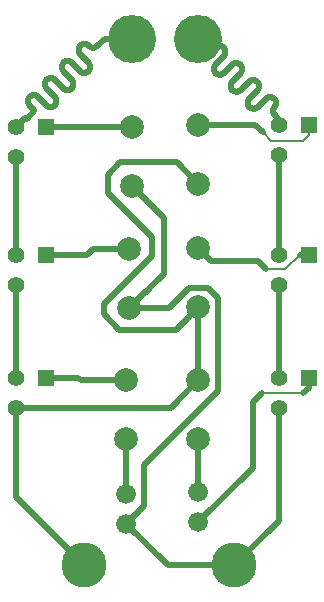
<source format=gbr>
G04 #@! TF.FileFunction,Copper,L1,Top,Signal*
%FSLAX46Y46*%
G04 Gerber Fmt 4.6, Leading zero omitted, Abs format (unit mm)*
G04 Created by KiCad (PCBNEW (after 2015-mar-04 BZR unknown)-product) date Wed 09 Sep 2015 12:18:02 PM PDT*
%MOMM*%
G01*
G04 APERTURE LIST*
%ADD10C,0.100000*%
%ADD11R,1.397000X1.397000*%
%ADD12C,1.397000*%
%ADD13C,1.676400*%
%ADD14C,1.998980*%
%ADD15C,4.064000*%
%ADD16C,3.810000*%
%ADD17C,0.508000*%
%ADD18C,0.203200*%
G04 APERTURE END LIST*
D10*
D11*
X151511000Y-78613000D03*
D12*
X148971000Y-78613000D03*
X148971000Y-81153000D03*
D13*
X136080500Y-109855000D03*
X136080500Y-112395000D03*
X142176500Y-109728000D03*
X142176500Y-112268000D03*
D11*
X129286000Y-100012500D03*
D12*
X126746000Y-100012500D03*
X126746000Y-102552500D03*
D11*
X129286000Y-89598500D03*
D12*
X126746000Y-89598500D03*
X126746000Y-92138500D03*
D11*
X151511000Y-89598500D03*
D12*
X148971000Y-89598500D03*
X148971000Y-92138500D03*
D11*
X129273300Y-78806040D03*
D12*
X126733300Y-78806040D03*
X126733300Y-81346040D03*
D11*
X151511000Y-100012500D03*
D12*
X148971000Y-100012500D03*
X148971000Y-102552500D03*
D14*
X136080500Y-100243640D03*
X136080500Y-105244900D03*
X142176500Y-83601560D03*
X142176500Y-78600300D03*
X136334500Y-89131140D03*
X136334500Y-94132400D03*
X142176500Y-94066360D03*
X142176500Y-89065100D03*
X136588500Y-78806040D03*
X136588500Y-83807300D03*
X142176500Y-100243640D03*
X142176500Y-105244900D03*
D15*
X142176500Y-71374000D03*
X136588500Y-71310500D03*
D16*
X132524500Y-115900200D03*
X145224500Y-115900200D03*
D17*
X142176500Y-83601560D02*
X140374369Y-81799429D01*
X141177011Y-95065849D02*
X142176500Y-94066360D01*
X140374369Y-81799429D02*
X135551061Y-81799429D01*
X135551061Y-81799429D02*
X134517129Y-82833361D01*
X135487561Y-95949771D02*
X140293089Y-95949771D01*
X134517129Y-82833361D02*
X134517129Y-84400239D01*
X134517129Y-84400239D02*
X138248381Y-88131491D01*
X138248381Y-88131491D02*
X138248381Y-89744709D01*
X138248381Y-89744709D02*
X134199629Y-93793461D01*
X140293089Y-95949771D02*
X141177011Y-95065849D01*
X134199629Y-93793461D02*
X134199629Y-94661839D01*
X134199629Y-94661839D02*
X135487561Y-95949771D01*
X142176500Y-94066360D02*
X142176500Y-95479852D01*
X142176500Y-95479852D02*
X142176500Y-100243640D01*
X132524500Y-115900200D02*
X126746000Y-110121700D01*
X126746000Y-110121700D02*
X126746000Y-102552500D01*
X126746000Y-102552500D02*
X139867640Y-102552500D01*
X139867640Y-102552500D02*
X142176500Y-100243640D01*
X136334500Y-94132400D02*
X139665098Y-94132400D01*
X139665098Y-94132400D02*
X141383409Y-92414089D01*
X141383409Y-92414089D02*
X142969591Y-92414089D01*
X136334500Y-94132400D02*
X138052811Y-92414089D01*
X142969591Y-92414089D02*
X143828771Y-93273269D01*
X137571481Y-107404557D02*
X137571481Y-110904019D01*
X143828771Y-93273269D02*
X143828771Y-101147267D01*
X143828771Y-101147267D02*
X137571481Y-107404557D01*
X137571481Y-110904019D02*
X136918699Y-111556801D01*
X136918699Y-111556801D02*
X136080500Y-112395000D01*
X136588500Y-83807300D02*
X139256771Y-86475571D01*
X139256771Y-86475571D02*
X139256771Y-91210129D01*
X137333989Y-93132911D02*
X136334500Y-94132400D01*
X139256771Y-91210129D02*
X137333989Y-93132911D01*
X145224500Y-115900200D02*
X139585700Y-115900200D01*
X139585700Y-115900200D02*
X136080500Y-112395000D01*
X145224500Y-115900200D02*
X148971000Y-112153700D01*
X148971000Y-112153700D02*
X148971000Y-102552500D01*
X136080500Y-105244900D02*
X136080500Y-109855000D01*
X142176500Y-105244900D02*
X142176500Y-109728000D01*
X146812000Y-102108000D02*
X146812000Y-107632500D01*
X146812000Y-107632500D02*
X142176500Y-112268000D01*
X147566381Y-101353619D02*
X146812000Y-102108000D01*
X151511000Y-100012500D02*
X151511000Y-100914200D01*
X151511000Y-100914200D02*
X151071581Y-101353619D01*
D18*
X151071581Y-101353619D02*
X147566381Y-101353619D01*
D17*
X126746000Y-92138500D02*
X126746000Y-93126328D01*
X126746000Y-93126328D02*
X126746000Y-100012500D01*
X148971000Y-78613000D02*
X148971000Y-78168500D01*
X144462141Y-72399695D02*
X144437226Y-72290538D01*
X145059890Y-75671604D02*
X145048576Y-75660290D01*
X148530518Y-76331533D02*
X148429642Y-76282954D01*
X144330154Y-74234761D02*
X144242617Y-74304570D01*
X144462141Y-72511660D02*
X144462141Y-72399695D01*
X148699178Y-76500193D02*
X148629370Y-76412656D01*
X148971000Y-78168500D02*
X148629370Y-77826870D01*
X148486067Y-77417334D02*
X148510981Y-77308177D01*
X148629370Y-77826870D02*
X148559561Y-77739332D01*
X148747758Y-76931349D02*
X148772672Y-76822191D01*
X146771676Y-74821195D02*
X146662519Y-74846110D01*
X146342118Y-76687599D02*
X146367033Y-76578442D01*
X143493345Y-73704754D02*
X143541924Y-73603877D01*
X148747758Y-76601070D02*
X148699178Y-76500193D01*
X148559561Y-77739332D02*
X148510981Y-77638456D01*
X147310914Y-75164226D02*
X147262335Y-75063350D01*
X148510981Y-77638456D02*
X148486067Y-77529298D01*
X145874070Y-74057661D02*
X145898985Y-73948504D01*
X145147429Y-75741414D02*
X145059890Y-75671604D01*
X148429642Y-76282954D02*
X148320485Y-76258039D01*
X144905274Y-75250755D02*
X144930189Y-75141598D01*
X145755682Y-74246075D02*
X145825491Y-74158538D01*
X143788831Y-71972422D02*
X143687954Y-72021001D01*
X148486067Y-77529298D02*
X148486067Y-77417334D01*
X143710585Y-74304570D02*
X143623046Y-74234760D01*
X148510981Y-77308177D02*
X148559561Y-77207300D01*
X144437226Y-72290538D02*
X144388647Y-72189662D01*
X148618056Y-76401342D02*
X148530518Y-76331533D01*
X146794305Y-77251751D02*
X146685148Y-77226836D01*
X148559561Y-77207300D02*
X148699178Y-77032225D01*
X145898985Y-73836539D02*
X145874070Y-73727382D01*
X144242617Y-74304570D02*
X144141740Y-74353149D01*
X143623046Y-74234760D02*
X143611732Y-74223446D01*
X148699178Y-77032225D02*
X148747758Y-76931349D01*
X145656830Y-73457845D02*
X145555954Y-73409266D01*
X148629370Y-76412656D02*
X148618056Y-76401342D01*
X146367033Y-76578442D02*
X146415612Y-76477565D01*
X144388647Y-72721694D02*
X144437226Y-72620817D01*
X148208520Y-76258039D02*
X148099363Y-76282954D01*
X148772672Y-76822191D02*
X148772672Y-76710227D01*
X148772672Y-76710227D02*
X148747758Y-76601070D01*
X148320485Y-76258039D02*
X148208520Y-76258039D01*
X148099363Y-76282954D02*
X147998486Y-76331533D01*
X147015428Y-77226837D02*
X146906271Y-77251752D01*
X144978768Y-75572753D02*
X144930188Y-75471876D01*
X146496734Y-77108448D02*
X146485420Y-77097134D01*
X147998486Y-76331533D02*
X147910949Y-76401342D01*
X145225675Y-73409266D02*
X145124798Y-73457845D01*
X147910949Y-76401342D02*
X147203842Y-77108449D01*
X147335829Y-75273383D02*
X147310914Y-75164226D01*
X145679461Y-75741414D02*
X145578584Y-75789993D01*
X147203842Y-77108449D02*
X147116305Y-77178258D01*
X145048577Y-74953184D02*
X145755682Y-74246075D01*
X147116305Y-77178258D02*
X147015428Y-77226837D01*
X146906271Y-77251752D02*
X146794305Y-77251751D01*
X144307524Y-72090810D02*
X144219986Y-72021001D01*
X146685148Y-77226836D02*
X146584273Y-77178258D01*
X143611733Y-73516340D02*
X144318838Y-72809231D01*
X146584273Y-77178258D02*
X146496734Y-77108448D01*
X145037261Y-73527654D02*
X144330154Y-74234761D01*
X146485420Y-77097134D02*
X146415612Y-77009597D01*
X144141740Y-74353149D02*
X144032583Y-74378064D01*
X144219986Y-72021001D02*
X144119110Y-71972422D01*
X145578584Y-75789993D02*
X145469427Y-75814908D01*
X143512879Y-72160618D02*
X143412003Y-72209198D01*
X146415612Y-77009597D02*
X146367032Y-76908720D01*
X145248304Y-75789992D02*
X145147429Y-75741414D01*
X143493344Y-74035032D02*
X143468429Y-73925875D01*
X146367032Y-76908720D02*
X146342117Y-76799563D01*
X146342117Y-76799563D02*
X146342118Y-76687599D01*
X146992798Y-74846110D02*
X146883641Y-74821195D01*
X146415612Y-76477565D02*
X146485421Y-76390028D01*
X146485421Y-76390028D02*
X147192526Y-75682919D01*
X143541924Y-74135909D02*
X143493344Y-74035032D01*
X147181212Y-74964498D02*
X147093674Y-74894689D01*
X143687954Y-72021001D02*
X143512879Y-72160618D01*
X146474105Y-74964498D02*
X145766998Y-75671605D01*
X147192526Y-75682919D02*
X147262335Y-75595382D01*
X145898985Y-73948504D02*
X145898985Y-73836539D01*
X147262335Y-75595382D02*
X147310914Y-75494505D01*
X146662519Y-74846110D02*
X146561642Y-74894689D01*
X147192526Y-74975812D02*
X147181212Y-74964498D01*
X147310914Y-75494505D02*
X147335829Y-75385348D01*
X143541924Y-73603877D02*
X143611733Y-73516340D01*
X147262335Y-75063350D02*
X147192526Y-74975812D01*
X147335829Y-75385348D02*
X147335829Y-75273383D01*
X147093674Y-74894689D02*
X146992798Y-74846110D01*
X146883641Y-74821195D02*
X146771676Y-74821195D01*
X146561642Y-74894689D02*
X146474105Y-74964498D01*
X145766998Y-75671605D02*
X145679461Y-75741414D01*
X145357461Y-75814907D02*
X145248304Y-75789992D01*
X145469427Y-75814908D02*
X145357461Y-75814907D01*
X145048576Y-75660290D02*
X144978768Y-75572753D01*
X144930188Y-75471876D02*
X144905273Y-75362719D01*
X144905273Y-75362719D02*
X144905274Y-75250755D01*
X145555954Y-73409266D02*
X145446797Y-73384351D01*
X142893310Y-72090810D02*
X142176500Y-71374000D01*
X144930189Y-75141598D02*
X144978768Y-75040721D01*
X144388647Y-72189662D02*
X144318838Y-72102124D01*
X144978768Y-75040721D02*
X145048577Y-74953184D01*
X145825491Y-73626506D02*
X145755682Y-73538968D01*
X145825491Y-74158538D02*
X145874070Y-74057661D01*
X145874070Y-73727382D02*
X145825491Y-73626506D01*
X143611732Y-74223446D02*
X143541924Y-74135909D01*
X145755682Y-73538968D02*
X145744368Y-73527654D01*
X145744368Y-73527654D02*
X145656830Y-73457845D01*
X145446797Y-73384351D02*
X145334832Y-73384351D01*
X145334832Y-73384351D02*
X145225675Y-73409266D01*
X145124798Y-73457845D02*
X145037261Y-73527654D01*
X144032583Y-74378064D02*
X143920617Y-74378063D01*
X144318838Y-72102124D02*
X144307524Y-72090810D01*
X143920617Y-74378063D02*
X143811460Y-74353148D01*
X143811460Y-74353148D02*
X143710585Y-74304570D01*
X143468429Y-73925875D02*
X143468430Y-73813911D01*
X143468430Y-73813911D02*
X143493345Y-73704754D01*
X144318838Y-72809231D02*
X144388647Y-72721694D01*
X144437226Y-72620817D02*
X144462141Y-72511660D01*
X144119110Y-71972422D02*
X144009953Y-71947507D01*
X144009953Y-71947507D02*
X143897988Y-71947507D01*
X143897988Y-71947507D02*
X143788831Y-71972422D01*
X143412003Y-72209198D02*
X143302845Y-72234112D01*
X143302845Y-72234112D02*
X143190881Y-72234112D01*
X143190881Y-72234112D02*
X143081724Y-72209198D01*
X143081724Y-72209198D02*
X142980847Y-72160618D01*
X142980847Y-72160618D02*
X142893310Y-72090810D01*
X126733300Y-81346040D02*
X126733300Y-89585800D01*
X126733300Y-89585800D02*
X126746000Y-89598500D01*
X127879264Y-76245864D02*
X127966801Y-76176056D01*
X126733300Y-78806040D02*
X127450050Y-78089290D01*
X127463180Y-78078818D02*
X127478312Y-78071531D01*
X127569246Y-78099761D02*
X127584378Y-78107048D01*
X132576689Y-74222596D02*
X132685846Y-74197681D01*
X131271634Y-73253799D02*
X131372511Y-73302378D01*
X127450050Y-78089290D02*
X127463180Y-78078818D01*
X127527853Y-78071531D02*
X127542985Y-78078818D01*
X132896887Y-71935348D02*
X132984426Y-72005156D01*
X127617546Y-78110785D02*
X127633919Y-78107048D01*
X127478312Y-78071531D02*
X127494685Y-78067794D01*
X133603995Y-71935347D02*
X134228840Y-71310500D01*
X128292294Y-77448673D02*
X128296031Y-77432299D01*
X128274536Y-77476935D02*
X128285007Y-77463804D01*
X128397956Y-76127477D02*
X128498833Y-76176056D01*
X132786722Y-74149102D02*
X132874260Y-74079293D01*
X127494685Y-78067794D02*
X127511480Y-78067794D01*
X132254690Y-74149102D02*
X132355567Y-74197681D01*
X127724646Y-76554749D02*
X127749561Y-76445592D01*
X128288799Y-76102562D02*
X128397956Y-76127477D01*
X129913044Y-77022780D02*
X130000582Y-76952971D01*
X127662182Y-78089290D02*
X128274536Y-77476935D01*
X129186400Y-75008753D02*
X129234980Y-74907876D01*
X130081704Y-76322087D02*
X130011895Y-76234550D01*
X129316103Y-74809025D02*
X129403640Y-74739217D01*
X130752942Y-73372186D02*
X130840479Y-73302378D01*
X131460048Y-73372187D02*
X132167153Y-74079293D01*
X127511480Y-78067794D02*
X127527853Y-78071531D01*
X131139850Y-75659435D02*
X131249007Y-75634520D01*
X133415580Y-72053737D02*
X133516458Y-72005156D01*
X130840479Y-73302378D02*
X130941356Y-73253798D01*
X127542985Y-78078818D02*
X127569246Y-78099761D01*
X130671819Y-74003069D02*
X130623240Y-73902192D01*
X129504517Y-74690637D02*
X129613674Y-74665722D01*
X129234980Y-74907876D02*
X129304788Y-74820339D01*
X127798141Y-76876747D02*
X127749562Y-76775870D01*
X131518543Y-75417280D02*
X131567122Y-75316404D01*
X127584378Y-78107048D02*
X127600751Y-78110785D01*
X127600751Y-78110785D02*
X127617546Y-78110785D01*
X127867949Y-76257178D02*
X127879264Y-76245864D01*
X127633919Y-78107048D02*
X127649051Y-78099761D01*
X130155198Y-76532121D02*
X130130283Y-76422964D01*
X127649051Y-78099761D02*
X127662182Y-78089290D01*
X131437421Y-75516132D02*
X131448734Y-75504818D01*
X128067678Y-76127476D02*
X128176835Y-76102561D01*
X128176835Y-76102561D02*
X128288799Y-76102562D01*
X127867950Y-76964284D02*
X127798141Y-76876747D01*
X129481889Y-77071359D02*
X129591046Y-77096274D01*
X128285007Y-77384000D02*
X128274536Y-77370869D01*
X128285007Y-77463804D02*
X128292294Y-77448673D01*
X128296031Y-77432299D02*
X128296031Y-77415505D01*
X128296031Y-77415505D02*
X128292294Y-77399131D01*
X130623239Y-73571914D02*
X130671819Y-73471037D01*
X128292294Y-77399131D02*
X128285007Y-77384000D01*
X129812168Y-77071359D02*
X129913044Y-77022780D01*
X128274536Y-77370869D02*
X127867950Y-76964284D01*
X127749562Y-76775870D02*
X127724647Y-76666713D01*
X130130283Y-76753243D02*
X130155198Y-76644086D01*
X127724647Y-76666713D02*
X127724646Y-76554749D01*
X130598324Y-73681071D02*
X130623239Y-73571914D01*
X127749561Y-76445592D02*
X127798141Y-76344715D01*
X127798141Y-76344715D02*
X127867949Y-76257178D01*
X133516458Y-72005156D02*
X133603995Y-71935347D01*
X127966801Y-76176056D02*
X128067678Y-76127476D01*
X128498833Y-76176056D02*
X128586370Y-76245865D01*
X129591046Y-77096274D02*
X129703011Y-77096274D01*
X128586370Y-76245865D02*
X129293475Y-76952971D01*
X131592037Y-75207247D02*
X131592037Y-75095282D01*
X129293475Y-76952971D02*
X129381012Y-77022780D01*
X129381012Y-77022780D02*
X129481889Y-77071359D01*
X133028876Y-73770408D02*
X133028876Y-73658443D01*
X129725638Y-74665723D02*
X129834795Y-74690638D01*
X129703011Y-77096274D02*
X129812168Y-77071359D01*
X129161485Y-75117910D02*
X129186400Y-75008753D01*
X132108658Y-72034198D02*
X132178466Y-71946661D01*
X129613674Y-74665722D02*
X129725638Y-74665723D01*
X130011895Y-76941657D02*
X130081704Y-76854119D01*
X130081704Y-76854119D02*
X130130283Y-76753243D01*
X130000582Y-76952971D02*
X130011895Y-76941657D01*
X130155198Y-76644086D02*
X130155198Y-76532121D01*
X132885573Y-74067979D02*
X132955382Y-73980441D01*
X130130283Y-76422964D02*
X130081704Y-76322087D01*
X130011895Y-76234550D02*
X129304789Y-75527445D01*
X130941356Y-73253798D02*
X131050513Y-73228883D01*
X129186401Y-75339031D02*
X129161486Y-75229874D01*
X129304789Y-75527445D02*
X129234980Y-75439908D01*
X129234980Y-75439908D02*
X129186401Y-75339031D01*
X129935672Y-74739217D02*
X130023209Y-74809026D01*
X129161486Y-75229874D02*
X129161485Y-75117910D01*
X129304788Y-74820339D02*
X129316103Y-74809025D01*
X129403640Y-74739217D02*
X129504517Y-74690637D01*
X129834795Y-74690638D02*
X129935672Y-74739217D01*
X132955382Y-73448409D02*
X132885573Y-73360872D01*
X130023209Y-74809026D02*
X130730314Y-75516132D01*
X130598325Y-73793035D02*
X130598324Y-73681071D01*
X130730314Y-75516132D02*
X130817851Y-75585941D01*
X130741627Y-73383500D02*
X130752942Y-73372186D01*
X130817851Y-75585941D02*
X130918728Y-75634520D01*
X130918728Y-75634520D02*
X131027885Y-75659435D01*
X131027885Y-75659435D02*
X131139850Y-75659435D01*
X132874260Y-74079293D02*
X132885573Y-74067979D01*
X131249007Y-75634520D02*
X131349883Y-75585941D01*
X131349883Y-75585941D02*
X131437421Y-75516132D01*
X131448734Y-75504818D02*
X131518543Y-75417280D01*
X131567122Y-75316404D02*
X131592037Y-75207247D01*
X131592037Y-75095282D02*
X131567122Y-74986125D01*
X131567122Y-74986125D02*
X131518543Y-74885248D01*
X131518543Y-74885248D02*
X131448734Y-74797711D01*
X131448734Y-74797711D02*
X130741628Y-74090606D01*
X130741628Y-74090606D02*
X130671819Y-74003069D01*
X132178466Y-71946661D02*
X132189781Y-71935347D01*
X130623240Y-73902192D02*
X130598325Y-73793035D01*
X130671819Y-73471037D02*
X130741627Y-73383500D01*
X131050513Y-73228883D02*
X131162477Y-73228884D01*
X131162477Y-73228884D02*
X131271634Y-73253799D01*
X131372511Y-73302378D02*
X131460048Y-73372187D01*
X132167153Y-74079293D02*
X132254690Y-74149102D01*
X132060078Y-72135075D02*
X132108658Y-72034198D01*
X132355567Y-74197681D02*
X132464724Y-74222596D01*
X133028876Y-73658443D02*
X133003961Y-73549286D01*
X132035164Y-72356196D02*
X132035163Y-72244232D01*
X132464724Y-74222596D02*
X132576689Y-74222596D01*
X132685846Y-74197681D02*
X132786722Y-74149102D01*
X132955382Y-73980441D02*
X133003961Y-73879565D01*
X132060079Y-72465353D02*
X132035164Y-72356196D01*
X133003961Y-73879565D02*
X133028876Y-73770408D01*
X133003961Y-73549286D02*
X132955382Y-73448409D01*
X132885573Y-73360872D02*
X132178467Y-72653767D01*
X132178467Y-72653767D02*
X132108658Y-72566230D01*
X132108658Y-72566230D02*
X132060079Y-72465353D01*
X132035163Y-72244232D02*
X132060078Y-72135075D01*
X132189781Y-71935347D02*
X132277318Y-71865539D01*
X132277318Y-71865539D02*
X132378195Y-71816959D01*
X132378195Y-71816959D02*
X132487352Y-71792044D01*
X132487352Y-71792044D02*
X132599316Y-71792045D01*
X132599316Y-71792045D02*
X132708473Y-71816960D01*
X133194460Y-72078650D02*
X133306424Y-72078650D01*
X132708473Y-71816960D02*
X132809350Y-71865539D01*
X132809350Y-71865539D02*
X132896887Y-71935348D01*
X132984426Y-72005156D02*
X133085302Y-72053736D01*
X133085302Y-72053736D02*
X133194460Y-72078650D01*
X133306424Y-72078650D02*
X133415580Y-72053737D01*
X134228840Y-71310500D02*
X136508672Y-71310500D01*
X136508672Y-71310500D02*
X136588500Y-71310500D01*
X148971000Y-89598500D02*
X148971000Y-81153000D01*
X132016500Y-100012500D02*
X132247640Y-100243640D01*
X132247640Y-100243640D02*
X136080500Y-100243640D01*
X129286000Y-100012500D02*
X132016500Y-100012500D01*
D18*
X147619719Y-79261616D02*
X148312222Y-79954119D01*
X148312222Y-79954119D02*
X151071581Y-79954119D01*
X151071581Y-79954119D02*
X151511000Y-79514700D01*
X151511000Y-79514700D02*
X151511000Y-78613000D01*
D17*
X142176500Y-78600300D02*
X146958403Y-78600300D01*
X146958403Y-78600300D02*
X147619719Y-79261616D01*
X132778500Y-89598500D02*
X133245860Y-89131140D01*
X133245860Y-89131140D02*
X136334500Y-89131140D01*
X129286000Y-89598500D02*
X132778500Y-89598500D01*
X147193000Y-90170000D02*
X143281400Y-90170000D01*
X143281400Y-90170000D02*
X142176500Y-89065100D01*
X147883881Y-90860881D02*
X147193000Y-90170000D01*
X151511000Y-89598500D02*
X150745345Y-89598500D01*
D18*
X150745345Y-89598500D02*
X149482964Y-90860881D01*
X149482964Y-90860881D02*
X147883881Y-90860881D01*
D17*
X129273300Y-78806040D02*
X130479800Y-78806040D01*
X130479800Y-78806040D02*
X136588500Y-78806040D01*
X148971000Y-100012500D02*
X148971000Y-99024672D01*
X148971000Y-99024672D02*
X148971000Y-92138500D01*
M02*

</source>
